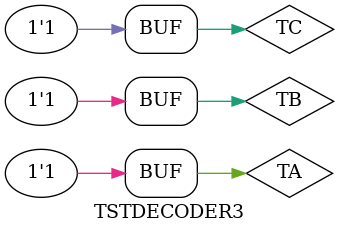
<source format=v>
/*
    GROUP : Faris Abufarha 1200546
            Ayman Salama  1200488
*/


module DECODER2(x,y,e,d);
    input x,y,e;

    output [3:0] d;
    
    assign d[0]  = e & ~x & ~y;
    assign d[1]  = e & ~x & y;
    assign d[2]  = e & x & ~y;
    assign d[3]  = e & x & y;//end of decoder2



endmodule
module TSTDECODER;

    reg TA,TB,TE;
    wire [3:0] TD;
    
    DECODER2 dummy(TA,TB,TE,TD);


    initial begin
        {TA,TB,TE} = 3'b000;

        repeat(7)

        #10ns{TA,TB,TE} = {TA,TB,TE} + 3'b001;

    end
	   
endmodule



module DECODER3(b,c,a,d); //decoder3 

    input a,b,c;
    output [7:0] d;
    
    DECODER2 G1(b,c,a,d[7:4]); // a here works like enable for decoder2 
    DECODER2 G2(b,c,~a, d[3:0]); 






endmodule

module TSTDECODER3;
    reg TA,TB,TC;
    wire [7:0] TD;
    
    DECODER3 dummy(TB,TC,TA,TD);
    
    initial begin
        {TA,TB,TC} = 3'b000;
        repeat(7)
        #10ns{TA,TB,TC} = {TA,TB,TC} + 3'b001;
    end


endmodule





</source>
